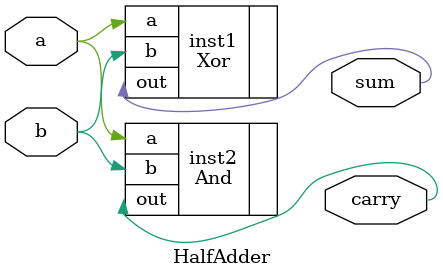
<source format=v>
module HalfAdder (
    input a,
    input b,
    output sum,
    output carry
);
    Xor inst1 (.a(a), .b(b), .out(sum));
    And inst2 (.a(a), .b(b), .out(carry));
endmodule
</source>
